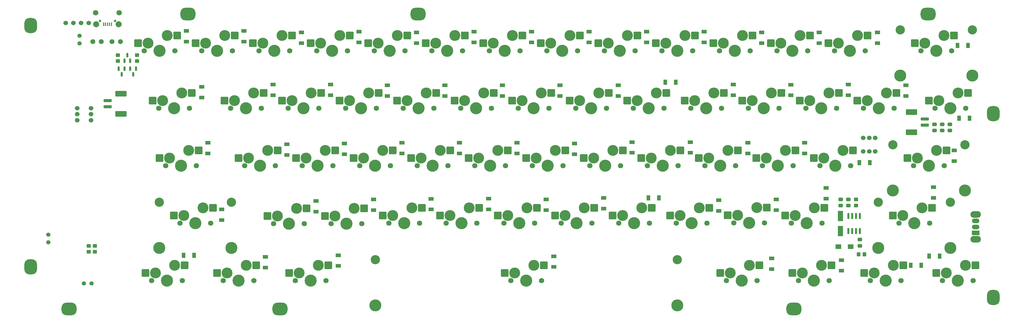
<source format=gbr>
%TF.GenerationSoftware,KiCad,Pcbnew,(6.0.7)*%
%TF.CreationDate,2022-10-26T17:48:04+08:00*%
%TF.ProjectId,Joker60_v2,4a6f6b65-7236-4305-9f76-322e6b696361,1.0*%
%TF.SameCoordinates,Original*%
%TF.FileFunction,Soldermask,Bot*%
%TF.FilePolarity,Negative*%
%FSLAX46Y46*%
G04 Gerber Fmt 4.6, Leading zero omitted, Abs format (unit mm)*
G04 Created by KiCad (PCBNEW (6.0.7)) date 2022-10-26 17:48:04*
%MOMM*%
%LPD*%
G01*
G04 APERTURE LIST*
G04 Aperture macros list*
%AMRoundRect*
0 Rectangle with rounded corners*
0 $1 Rounding radius*
0 $2 $3 $4 $5 $6 $7 $8 $9 X,Y pos of 4 corners*
0 Add a 4 corners polygon primitive as box body*
4,1,4,$2,$3,$4,$5,$6,$7,$8,$9,$2,$3,0*
0 Add four circle primitives for the rounded corners*
1,1,$1+$1,$2,$3*
1,1,$1+$1,$4,$5*
1,1,$1+$1,$6,$7*
1,1,$1+$1,$8,$9*
0 Add four rect primitives between the rounded corners*
20,1,$1+$1,$2,$3,$4,$5,0*
20,1,$1+$1,$4,$5,$6,$7,0*
20,1,$1+$1,$6,$7,$8,$9,0*
20,1,$1+$1,$8,$9,$2,$3,0*%
G04 Aperture macros list end*
%ADD10RoundRect,0.250000X-1.025000X-1.000000X1.025000X-1.000000X1.025000X1.000000X-1.025000X1.000000X0*%
%ADD11C,1.750000*%
%ADD12C,4.000000*%
%ADD13C,3.600000*%
%ADD14C,1.650000*%
%ADD15C,1.524000*%
%ADD16C,1.400000*%
%ADD17RoundRect,1.680000X-0.420000X-0.820000X0.420000X-0.820000X0.420000X0.820000X-0.420000X0.820000X0*%
%ADD18RoundRect,1.680000X-0.820000X0.420000X-0.820000X-0.420000X0.820000X-0.420000X0.820000X0.420000X0*%
%ADD19C,3.987800*%
%ADD20C,3.048000*%
%ADD21RoundRect,1.680000X0.820000X-0.420000X0.820000X0.420000X-0.820000X0.420000X-0.820000X-0.420000X0*%
%ADD22O,3.500000X2.200000*%
%ADD23O,2.500000X1.500000*%
%ADD24R,2.500000X1.500000*%
%ADD25R,1.300000X1.700000*%
%ADD26R,1.700000X1.300000*%
%ADD27RoundRect,0.250000X-0.350000X-0.450000X0.350000X-0.450000X0.350000X0.450000X-0.350000X0.450000X0*%
%ADD28RoundRect,0.150000X-0.150000X0.587500X-0.150000X-0.587500X0.150000X-0.587500X0.150000X0.587500X0*%
%ADD29R,1.800000X3.500000*%
%ADD30RoundRect,0.250000X0.475000X-0.337500X0.475000X0.337500X-0.475000X0.337500X-0.475000X-0.337500X0*%
%ADD31RoundRect,0.250000X-0.450000X0.350000X-0.450000X-0.350000X0.450000X-0.350000X0.450000X0.350000X0*%
%ADD32R,1.900000X1.600000*%
%ADD33RoundRect,0.250000X0.450000X-0.350000X0.450000X0.350000X-0.450000X0.350000X-0.450000X-0.350000X0*%
%ADD34RoundRect,0.250000X1.100000X-0.250000X1.100000X0.250000X-1.100000X0.250000X-1.100000X-0.250000X0*%
%ADD35RoundRect,0.250000X1.650000X-0.650000X1.650000X0.650000X-1.650000X0.650000X-1.650000X-0.650000X0*%
%ADD36C,0.800000*%
%ADD37R,0.450000X1.300000*%
%ADD38C,2.000000*%
%ADD39C,1.800000*%
%ADD40RoundRect,0.150000X-0.150000X0.825000X-0.150000X-0.825000X0.150000X-0.825000X0.150000X0.825000X0*%
%ADD41RoundRect,0.150000X0.150000X-0.587500X0.150000X0.587500X-0.150000X0.587500X-0.150000X-0.587500X0*%
%ADD42RoundRect,0.250000X-1.100000X0.250000X-1.100000X-0.250000X1.100000X-0.250000X1.100000X0.250000X0*%
%ADD43RoundRect,0.250000X-1.650000X0.650000X-1.650000X-0.650000X1.650000X-0.650000X1.650000X0.650000X0*%
G04 APERTURE END LIST*
D10*
X288544000Y-188468000D03*
D11*
X287782000Y-193548000D03*
D12*
X282702000Y-193548000D03*
D11*
X277622000Y-193548000D03*
D10*
X275617000Y-191008000D03*
D13*
X278892000Y-191008000D03*
X285242000Y-188468000D03*
D12*
X182753000Y-174498000D03*
D11*
X187833000Y-174498000D03*
D10*
X175668000Y-171958000D03*
X188595000Y-169418000D03*
D11*
X177673000Y-174498000D03*
D13*
X178943000Y-171958000D03*
X185293000Y-169418000D03*
D11*
X115697000Y-212725000D03*
D10*
X113692000Y-210185000D03*
X126619000Y-207645000D03*
D12*
X120777000Y-212725000D03*
D11*
X125857000Y-212725000D03*
D13*
X116967000Y-210185000D03*
X123317000Y-207645000D03*
D11*
X202184000Y-212598000D03*
D12*
X197104000Y-212598000D03*
D10*
X202946000Y-207518000D03*
X190019000Y-210058000D03*
D11*
X192024000Y-212598000D03*
D13*
X193294000Y-210058000D03*
X199644000Y-207518000D03*
D12*
X225552000Y-193548000D03*
D10*
X218467000Y-191008000D03*
X231394000Y-188468000D03*
D11*
X220472000Y-193548000D03*
X230632000Y-193548000D03*
D13*
X221742000Y-191008000D03*
X228092000Y-188468000D03*
D12*
X80391000Y-231648000D03*
D10*
X73306000Y-229108000D03*
X86233000Y-226568000D03*
D11*
X85471000Y-231648000D03*
X75311000Y-231648000D03*
D13*
X76581000Y-229108000D03*
X82931000Y-226568000D03*
D14*
X58674000Y-152400000D03*
D10*
X82704000Y-210058000D03*
D12*
X89789000Y-212598000D03*
D11*
X94869000Y-212598000D03*
D10*
X95631000Y-207518000D03*
D11*
X84709000Y-212598000D03*
D13*
X85979000Y-210058000D03*
X92329000Y-207518000D03*
D12*
X318389000Y-231648000D03*
D11*
X313309000Y-231648000D03*
X323469000Y-231648000D03*
D10*
X311304000Y-229108000D03*
X324231000Y-226568000D03*
D13*
X314579000Y-229108000D03*
X320929000Y-226568000D03*
D10*
X108866000Y-152908000D03*
D11*
X110871000Y-155448000D03*
D10*
X121793000Y-150368000D03*
D12*
X115951000Y-155448000D03*
D11*
X121031000Y-155448000D03*
D13*
X112141000Y-152908000D03*
X118491000Y-150368000D03*
D10*
X259969000Y-207518000D03*
X247042000Y-210058000D03*
D12*
X254127000Y-212598000D03*
D11*
X249047000Y-212598000D03*
X259207000Y-212598000D03*
D13*
X250317000Y-210058000D03*
X256667000Y-207518000D03*
D15*
X46863000Y-146177000D03*
X49403000Y-146177000D03*
X51943000Y-146177000D03*
X54483000Y-146177000D03*
D16*
X55479000Y-232537000D03*
X52939000Y-232537000D03*
D17*
X35306000Y-227076000D03*
D18*
X332486000Y-143256000D03*
D12*
X235077000Y-212598000D03*
D11*
X240157000Y-212598000D03*
D10*
X240919000Y-207518000D03*
D11*
X229997000Y-212598000D03*
D10*
X227992000Y-210058000D03*
D13*
X231267000Y-210058000D03*
X237617000Y-207518000D03*
D15*
X50734400Y-178479200D03*
X50734400Y-176479200D03*
X50734400Y-174479200D03*
X55234400Y-178479200D03*
X55234400Y-176479200D03*
X55234400Y-174479200D03*
D11*
X140208000Y-155448000D03*
D10*
X128043000Y-152908000D03*
X140970000Y-150368000D03*
D11*
X130048000Y-155448000D03*
D12*
X135128000Y-155448000D03*
D13*
X131318000Y-152908000D03*
X137668000Y-150368000D03*
D19*
X315976000Y-220823000D03*
D20*
X315976000Y-205613000D03*
X339852000Y-205613000D03*
D19*
X339852000Y-220823000D03*
D10*
X283845000Y-169418000D03*
D11*
X283083000Y-174498000D03*
D12*
X278003000Y-174498000D03*
D11*
X272923000Y-174498000D03*
D10*
X270918000Y-171958000D03*
D13*
X274193000Y-171958000D03*
X280543000Y-169418000D03*
D17*
X354076000Y-176276000D03*
D12*
X130302000Y-193548000D03*
D10*
X136144000Y-188468000D03*
D11*
X135382000Y-193548000D03*
X125222000Y-193548000D03*
D10*
X123217000Y-191008000D03*
D13*
X126492000Y-191008000D03*
X132842000Y-188468000D03*
D10*
X166143000Y-152908000D03*
D12*
X173228000Y-155448000D03*
D10*
X179070000Y-150368000D03*
D11*
X178308000Y-155448000D03*
X168148000Y-155448000D03*
D13*
X169418000Y-152908000D03*
X175768000Y-150368000D03*
D11*
X258572000Y-193548000D03*
D12*
X263652000Y-193548000D03*
D10*
X269494000Y-188468000D03*
D11*
X268732000Y-193548000D03*
D10*
X256567000Y-191008000D03*
D13*
X259842000Y-191008000D03*
X266192000Y-188468000D03*
D19*
X77851000Y-220823000D03*
X101727000Y-220823000D03*
D20*
X101727000Y-205613000D03*
X77851000Y-205613000D03*
D11*
X299720000Y-231648000D03*
D12*
X294640000Y-231648000D03*
D11*
X289560000Y-231648000D03*
D10*
X300482000Y-226568000D03*
X287555000Y-229108000D03*
D13*
X290830000Y-229108000D03*
X297180000Y-226568000D03*
D11*
X187198000Y-155448000D03*
D10*
X198120000Y-150368000D03*
D11*
X197358000Y-155448000D03*
D12*
X192278000Y-155448000D03*
D10*
X185193000Y-152908000D03*
D13*
X188468000Y-152908000D03*
X194818000Y-150368000D03*
D12*
X144653000Y-174498000D03*
D11*
X149733000Y-174498000D03*
D10*
X150495000Y-169418000D03*
X137568000Y-171958000D03*
D11*
X139573000Y-174498000D03*
D13*
X140843000Y-171958000D03*
X147193000Y-169418000D03*
D11*
X72898000Y-155448000D03*
X83058000Y-155448000D03*
D12*
X77978000Y-155448000D03*
D10*
X83820000Y-150368000D03*
X70893000Y-152908000D03*
D13*
X74168000Y-152908000D03*
X80518000Y-150368000D03*
D12*
X301752000Y-193548000D03*
D10*
X294667000Y-191008000D03*
D11*
X306832000Y-193548000D03*
D10*
X307594000Y-188468000D03*
D11*
X296672000Y-193548000D03*
D13*
X297942000Y-191008000D03*
X304292000Y-188468000D03*
D10*
X161317000Y-191008000D03*
D11*
X163322000Y-193548000D03*
X173482000Y-193548000D03*
D10*
X174244000Y-188468000D03*
D12*
X168402000Y-193548000D03*
D13*
X164592000Y-191008000D03*
X170942000Y-188468000D03*
D11*
X292608000Y-155448000D03*
D12*
X287528000Y-155448000D03*
D10*
X280443000Y-152908000D03*
X293370000Y-150368000D03*
D11*
X282448000Y-155448000D03*
D13*
X283718000Y-152908000D03*
X290068000Y-150368000D03*
D10*
X325655000Y-191008000D03*
D11*
X337820000Y-193548000D03*
D12*
X332740000Y-193548000D03*
D10*
X338582000Y-188468000D03*
D11*
X327660000Y-193548000D03*
D13*
X328930000Y-191008000D03*
X335280000Y-188468000D03*
D10*
X133858000Y-226568000D03*
D11*
X133096000Y-231648000D03*
X122936000Y-231648000D03*
D10*
X120931000Y-229108000D03*
D12*
X128016000Y-231648000D03*
D13*
X124206000Y-229108000D03*
X130556000Y-226568000D03*
D12*
X270764000Y-231648000D03*
D10*
X276606000Y-226568000D03*
D11*
X265684000Y-231648000D03*
X275844000Y-231648000D03*
D10*
X263679000Y-229108000D03*
D13*
X266954000Y-229108000D03*
X273304000Y-226568000D03*
D21*
X87376000Y-143256000D03*
D14*
X65024000Y-152400000D03*
D11*
X164084000Y-212598000D03*
X153924000Y-212598000D03*
D10*
X151919000Y-210058000D03*
X164846000Y-207518000D03*
D12*
X159004000Y-212598000D03*
D13*
X155194000Y-210058000D03*
X161544000Y-207518000D03*
D11*
X80010000Y-193548000D03*
D12*
X85090000Y-193548000D03*
D10*
X78005000Y-191008000D03*
X90932000Y-188468000D03*
D11*
X90170000Y-193548000D03*
D13*
X81280000Y-191008000D03*
X87630000Y-188468000D03*
D14*
X62230000Y-152400000D03*
D17*
X35306000Y-147066000D03*
D11*
X196723000Y-174498000D03*
D12*
X201803000Y-174498000D03*
D11*
X206883000Y-174498000D03*
D10*
X207645000Y-169418000D03*
X194718000Y-171958000D03*
D13*
X197993000Y-171958000D03*
X204343000Y-169418000D03*
D12*
X292227000Y-212598000D03*
D11*
X297307000Y-212598000D03*
X287147000Y-212598000D03*
D10*
X298069000Y-207518000D03*
X285142000Y-210058000D03*
D13*
X288417000Y-210058000D03*
X294767000Y-207518000D03*
D11*
X225933000Y-174498000D03*
D10*
X213768000Y-171958000D03*
D11*
X215773000Y-174498000D03*
D10*
X226695000Y-169418000D03*
D12*
X220853000Y-174498000D03*
D13*
X217043000Y-171958000D03*
X223393000Y-169418000D03*
D12*
X139827000Y-212725000D03*
D10*
X132742000Y-210185000D03*
D11*
X144907000Y-212725000D03*
D10*
X145669000Y-207645000D03*
D11*
X134747000Y-212725000D03*
D13*
X136017000Y-210185000D03*
X142367000Y-207645000D03*
D10*
X217170000Y-150368000D03*
X204243000Y-152908000D03*
D12*
X211328000Y-155448000D03*
D11*
X216408000Y-155448000D03*
X206248000Y-155448000D03*
D13*
X207518000Y-152908000D03*
X213868000Y-150368000D03*
D10*
X160020000Y-150368000D03*
D12*
X154178000Y-155448000D03*
D11*
X159258000Y-155448000D03*
X149098000Y-155448000D03*
D10*
X147093000Y-152908000D03*
D13*
X150368000Y-152908000D03*
X156718000Y-150368000D03*
D11*
X168783000Y-174498000D03*
D10*
X169545000Y-169418000D03*
D12*
X163703000Y-174498000D03*
D11*
X158623000Y-174498000D03*
D10*
X156618000Y-171958000D03*
D13*
X159893000Y-171958000D03*
X166243000Y-169418000D03*
D12*
X335153000Y-155448000D03*
D10*
X340995000Y-150368000D03*
D11*
X330073000Y-155448000D03*
X340233000Y-155448000D03*
D10*
X328068000Y-152908000D03*
D13*
X331343000Y-152908000D03*
X337693000Y-150368000D03*
D21*
X48006000Y-241046000D03*
D11*
X144272000Y-193548000D03*
D10*
X142267000Y-191008000D03*
D11*
X154432000Y-193548000D03*
D12*
X149352000Y-193548000D03*
D10*
X155194000Y-188468000D03*
D13*
X145542000Y-191008000D03*
X151892000Y-188468000D03*
D10*
X118518000Y-171958000D03*
X131445000Y-169418000D03*
D12*
X125603000Y-174498000D03*
D11*
X130683000Y-174498000D03*
X120523000Y-174498000D03*
D13*
X121793000Y-171958000D03*
X128143000Y-169418000D03*
D10*
X193294000Y-188468000D03*
D11*
X192532000Y-193548000D03*
D12*
X187452000Y-193548000D03*
D11*
X182372000Y-193548000D03*
D10*
X180367000Y-191008000D03*
D13*
X183642000Y-191008000D03*
X189992000Y-188468000D03*
D12*
X327914000Y-212598000D03*
D10*
X320829000Y-210058000D03*
D11*
X332994000Y-212598000D03*
X322834000Y-212598000D03*
D10*
X333756000Y-207518000D03*
D13*
X324104000Y-210058000D03*
X330454000Y-207518000D03*
D12*
X206502000Y-193548000D03*
D10*
X199417000Y-191008000D03*
X212344000Y-188468000D03*
D11*
X211582000Y-193548000D03*
X201422000Y-193548000D03*
D13*
X202692000Y-191008000D03*
X209042000Y-188468000D03*
D10*
X223293000Y-152908000D03*
D11*
X225298000Y-155448000D03*
D10*
X236220000Y-150368000D03*
D11*
X235458000Y-155448000D03*
D12*
X230378000Y-155448000D03*
D13*
X226568000Y-152908000D03*
X232918000Y-150368000D03*
D17*
X354076000Y-237236000D03*
D20*
X347091000Y-148463000D03*
X323215000Y-148463000D03*
D19*
X347091000Y-163673000D03*
X323215000Y-163673000D03*
D14*
X55880000Y-152400000D03*
D16*
X51435000Y-153015000D03*
X51435000Y-150475000D03*
D10*
X274320000Y-150368000D03*
D11*
X263398000Y-155448000D03*
X273558000Y-155448000D03*
D12*
X268478000Y-155448000D03*
D10*
X261393000Y-152908000D03*
D13*
X264668000Y-152908000D03*
X271018000Y-150368000D03*
D21*
X117856000Y-241046000D03*
D10*
X192305000Y-229108000D03*
D12*
X199390000Y-231648000D03*
D11*
X204470000Y-231648000D03*
X194310000Y-231648000D03*
D10*
X205232000Y-226568000D03*
D13*
X195580000Y-229108000D03*
X201930000Y-226568000D03*
D16*
X41148000Y-216428000D03*
X41148000Y-218968000D03*
D11*
X253873000Y-174498000D03*
D10*
X264795000Y-169418000D03*
D12*
X258953000Y-174498000D03*
D11*
X264033000Y-174498000D03*
D10*
X251868000Y-171958000D03*
D13*
X255143000Y-171958000D03*
X261493000Y-169418000D03*
D10*
X255270000Y-150368000D03*
D11*
X244348000Y-155448000D03*
D10*
X242343000Y-152908000D03*
D12*
X249428000Y-155448000D03*
D11*
X254508000Y-155448000D03*
D13*
X245618000Y-152908000D03*
X251968000Y-150368000D03*
D22*
X348234000Y-209732000D03*
X348234000Y-217932000D03*
D23*
X348234000Y-211832000D03*
X348234000Y-213832000D03*
D24*
X348234000Y-215832000D03*
D11*
X91948000Y-155448000D03*
D12*
X97028000Y-155448000D03*
D10*
X102870000Y-150368000D03*
D11*
X102108000Y-155448000D03*
D10*
X89943000Y-152908000D03*
D13*
X93218000Y-152908000D03*
X99568000Y-150368000D03*
D19*
X249390000Y-239873000D03*
D20*
X149390000Y-224663000D03*
X249390000Y-224663000D03*
D19*
X149390000Y-239873000D03*
D11*
X278257000Y-212471000D03*
X268097000Y-212471000D03*
D12*
X273177000Y-212471000D03*
D10*
X279019000Y-207391000D03*
X266092000Y-209931000D03*
D13*
X269367000Y-209931000D03*
X275717000Y-207391000D03*
D10*
X345694000Y-169418000D03*
D11*
X334772000Y-174498000D03*
D10*
X332767000Y-171958000D03*
D12*
X339852000Y-174498000D03*
D11*
X344932000Y-174498000D03*
D13*
X336042000Y-171958000D03*
X342392000Y-169418000D03*
D10*
X348107000Y-226568000D03*
X335180000Y-229108000D03*
D11*
X337185000Y-231648000D03*
D12*
X342265000Y-231648000D03*
D11*
X347345000Y-231648000D03*
D13*
X338455000Y-229108000D03*
X344805000Y-226568000D03*
D11*
X249682000Y-193548000D03*
D10*
X237517000Y-191008000D03*
D12*
X244602000Y-193548000D03*
D10*
X250444000Y-188468000D03*
D11*
X239522000Y-193548000D03*
D13*
X240792000Y-191008000D03*
X247142000Y-188468000D03*
D11*
X77724000Y-174498000D03*
D10*
X75719000Y-171958000D03*
D12*
X82804000Y-174498000D03*
D11*
X87884000Y-174498000D03*
D10*
X88646000Y-169418000D03*
D13*
X78994000Y-171958000D03*
X85344000Y-169418000D03*
D21*
X163576000Y-143256000D03*
D10*
X302895000Y-169418000D03*
X289968000Y-171958000D03*
D12*
X297053000Y-174498000D03*
D11*
X291973000Y-174498000D03*
X302133000Y-174498000D03*
D13*
X293243000Y-171958000D03*
X299593000Y-169418000D03*
D10*
X104167000Y-191008000D03*
D11*
X106172000Y-193548000D03*
D12*
X111252000Y-193548000D03*
D11*
X116332000Y-193548000D03*
D10*
X117094000Y-188468000D03*
D13*
X107442000Y-191008000D03*
X113792000Y-188468000D03*
D11*
X109220000Y-231648000D03*
D10*
X97055000Y-229108000D03*
X109982000Y-226568000D03*
D11*
X99060000Y-231648000D03*
D12*
X104140000Y-231648000D03*
D13*
X100330000Y-229108000D03*
X106680000Y-226568000D03*
D21*
X288036000Y-241046000D03*
D10*
X321945000Y-169418000D03*
D12*
X316103000Y-174498000D03*
D11*
X321183000Y-174498000D03*
X311023000Y-174498000D03*
D10*
X309018000Y-171958000D03*
D13*
X312293000Y-171958000D03*
X318643000Y-169418000D03*
D11*
X111633000Y-174498000D03*
D12*
X106553000Y-174498000D03*
D10*
X99468000Y-171958000D03*
D11*
X101473000Y-174498000D03*
D10*
X112395000Y-169418000D03*
D13*
X102743000Y-171958000D03*
X109093000Y-169418000D03*
D20*
X320802000Y-186563000D03*
D19*
X320802000Y-201773000D03*
X344678000Y-201773000D03*
D20*
X344678000Y-186563000D03*
D10*
X183769000Y-207518000D03*
D11*
X172847000Y-212598000D03*
D12*
X177927000Y-212598000D03*
D11*
X183007000Y-212598000D03*
D10*
X170842000Y-210058000D03*
D13*
X174117000Y-210058000D03*
X180467000Y-207518000D03*
D11*
X234823000Y-174498000D03*
D10*
X245745000Y-169418000D03*
D11*
X244983000Y-174498000D03*
D12*
X239903000Y-174498000D03*
D10*
X232818000Y-171958000D03*
D13*
X236093000Y-171958000D03*
X242443000Y-169418000D03*
D10*
X312420000Y-150368000D03*
D12*
X306578000Y-155448000D03*
D11*
X301498000Y-155448000D03*
X311658000Y-155448000D03*
D10*
X299493000Y-152908000D03*
D13*
X302768000Y-152908000D03*
X309118000Y-150368000D03*
D11*
X221107000Y-212598000D03*
D12*
X216027000Y-212598000D03*
D10*
X208942000Y-210058000D03*
X221869000Y-207518000D03*
D11*
X210947000Y-212598000D03*
D13*
X212217000Y-210058000D03*
X218567000Y-207518000D03*
D25*
X239804000Y-204216000D03*
X243304000Y-204216000D03*
D26*
X191516000Y-166906000D03*
X191516000Y-170406000D03*
D25*
X346174000Y-177800000D03*
X342674000Y-177800000D03*
D27*
X309420000Y-222885000D03*
X311420000Y-222885000D03*
D28*
X68265000Y-161352500D03*
X70165000Y-161352500D03*
X69215000Y-163227500D03*
D25*
X313154000Y-192532000D03*
X309654000Y-192532000D03*
D26*
X167894000Y-204526000D03*
X167894000Y-208026000D03*
D25*
X248892000Y-165862000D03*
X245392000Y-165862000D03*
D26*
X298704000Y-200942000D03*
X298704000Y-204442000D03*
X177292000Y-185956000D03*
X177292000Y-189456000D03*
X303784000Y-224846000D03*
X303784000Y-228346000D03*
X325120000Y-166906000D03*
X325120000Y-170406000D03*
X129794000Y-205260000D03*
X129794000Y-208760000D03*
X220218000Y-149126000D03*
X220218000Y-152626000D03*
X234442000Y-185730000D03*
X234442000Y-189230000D03*
D29*
X303435000Y-210225000D03*
X303435000Y-215225000D03*
D30*
X334550000Y-181867500D03*
X334550000Y-179792500D03*
X337090000Y-181867500D03*
X337090000Y-179792500D03*
D26*
X163068000Y-149380000D03*
X163068000Y-152880000D03*
D31*
X64135000Y-156845000D03*
X64135000Y-158845000D03*
D26*
X267970000Y-166652000D03*
X267970000Y-170152000D03*
X153416000Y-166906000D03*
X153416000Y-170406000D03*
X186944000Y-204498000D03*
X186944000Y-207998000D03*
D32*
X302750000Y-220345000D03*
X306850000Y-220345000D03*
D26*
X158242000Y-185956000D03*
X158242000Y-189456000D03*
X148844000Y-204752000D03*
X148844000Y-208252000D03*
D30*
X306070000Y-206777500D03*
X306070000Y-204702500D03*
D26*
X229870000Y-166906000D03*
X229870000Y-170406000D03*
X113030000Y-223802000D03*
X113030000Y-227302000D03*
X258318000Y-149126000D03*
X258318000Y-152626000D03*
D25*
X345666000Y-153670000D03*
X342166000Y-153670000D03*
D30*
X309880000Y-220112500D03*
X309880000Y-218037500D03*
D26*
X205994000Y-204752000D03*
X205994000Y-208252000D03*
X287020000Y-166680000D03*
X287020000Y-170180000D03*
X272796000Y-185956000D03*
X272796000Y-189456000D03*
D33*
X54483000Y-222107000D03*
X54483000Y-220107000D03*
D26*
X98552000Y-211554000D03*
X98552000Y-208054000D03*
X291592000Y-185956000D03*
X291592000Y-189456000D03*
X210566000Y-166906000D03*
X210566000Y-170406000D03*
X341122000Y-191996000D03*
X341122000Y-188496000D03*
X172466000Y-166906000D03*
X172466000Y-170406000D03*
X215392000Y-186210000D03*
X215392000Y-189710000D03*
X105918000Y-148872000D03*
X105918000Y-152372000D03*
X225044000Y-204244000D03*
X225044000Y-207744000D03*
D15*
X314960000Y-184295000D03*
X312960000Y-184295000D03*
X310960000Y-184295000D03*
X314960000Y-188795000D03*
X312960000Y-188795000D03*
X310960000Y-188795000D03*
D31*
X308610000Y-204740000D03*
X308610000Y-206740000D03*
X56515000Y-220107000D03*
X56515000Y-222107000D03*
D34*
X331380000Y-180070000D03*
X331380000Y-178070000D03*
D35*
X326930000Y-182420000D03*
X326930000Y-175720000D03*
D36*
X58206000Y-145573000D03*
X63206000Y-145573000D03*
D37*
X59406000Y-146673000D03*
X60056000Y-146673000D03*
X60706000Y-146673000D03*
X61356000Y-146673000D03*
X62006000Y-146673000D03*
D38*
X64431000Y-146623000D03*
D39*
X64581000Y-142823000D03*
X56831000Y-142823000D03*
D38*
X56981000Y-146623000D03*
D26*
X280670000Y-224310000D03*
X280670000Y-227810000D03*
D28*
X64455000Y-161352500D03*
X66355000Y-161352500D03*
X65405000Y-163227500D03*
D26*
X115570000Y-166652000D03*
X115570000Y-170152000D03*
X124968000Y-149380000D03*
X124968000Y-152880000D03*
X182118000Y-149126000D03*
X182118000Y-152626000D03*
D25*
X332768000Y-223520000D03*
X336268000Y-223520000D03*
D26*
X86868000Y-148872000D03*
X86868000Y-152372000D03*
X93980000Y-185956000D03*
X93980000Y-189456000D03*
D25*
X89380000Y-223266000D03*
X85880000Y-223266000D03*
D26*
X120142000Y-186464000D03*
X120142000Y-189964000D03*
X253746000Y-185730000D03*
X253746000Y-189230000D03*
D30*
X339630000Y-181867500D03*
X339630000Y-179792500D03*
D26*
X306070000Y-166652000D03*
X306070000Y-170152000D03*
D40*
X306070000Y-210250000D03*
X307340000Y-210250000D03*
X308610000Y-210250000D03*
X309880000Y-210250000D03*
X309880000Y-215200000D03*
X308610000Y-215200000D03*
X307340000Y-215200000D03*
X306070000Y-215200000D03*
D26*
X201168000Y-149126000D03*
X201168000Y-152626000D03*
D41*
X68260000Y-158782500D03*
X66360000Y-158782500D03*
X67310000Y-156907500D03*
D30*
X303530000Y-206777500D03*
X303530000Y-204702500D03*
D26*
X137160000Y-223266000D03*
X137160000Y-226766000D03*
X296418000Y-149380000D03*
X296418000Y-152880000D03*
X134620000Y-166652000D03*
X134620000Y-170152000D03*
X282194000Y-204752000D03*
X282194000Y-208252000D03*
X139192000Y-186210000D03*
X139192000Y-189710000D03*
X144018000Y-149126000D03*
X144018000Y-152626000D03*
D25*
X330172000Y-226568000D03*
X326672000Y-226568000D03*
D26*
X196342000Y-185956000D03*
X196342000Y-189456000D03*
X315722000Y-149380000D03*
X315722000Y-152880000D03*
X277368000Y-149380000D03*
X277368000Y-152880000D03*
X239268000Y-149126000D03*
X239268000Y-152626000D03*
X263144000Y-205006000D03*
X263144000Y-208506000D03*
D42*
X60746000Y-171974000D03*
X60746000Y-173974000D03*
D43*
X65196000Y-169624000D03*
X65196000Y-176324000D03*
D26*
X208534000Y-223576000D03*
X208534000Y-227076000D03*
D33*
X70485000Y-158845000D03*
X70485000Y-156845000D03*
D26*
X334264000Y-200688000D03*
X334264000Y-204188000D03*
X91948000Y-167414000D03*
X91948000Y-170914000D03*
M02*

</source>
